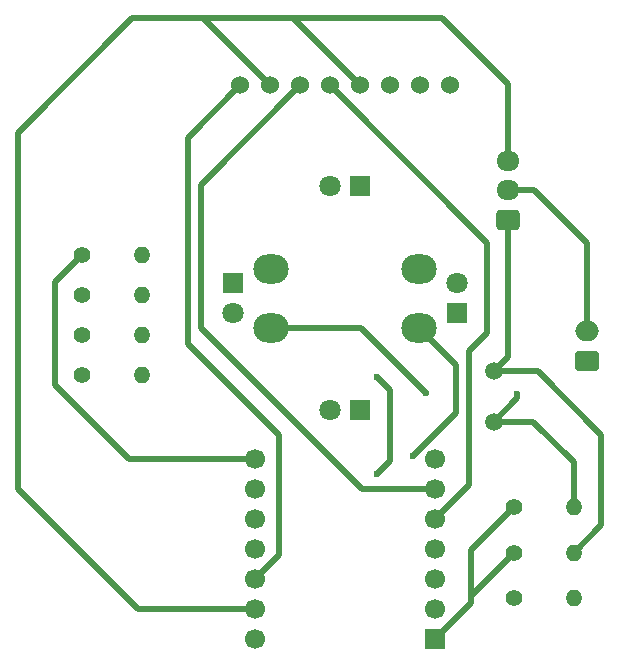
<source format=gbr>
%TF.GenerationSoftware,KiCad,Pcbnew,8.0.3-8.0.3-0~ubuntu22.04.1*%
%TF.CreationDate,2024-06-11T22:30:15+02:00*%
%TF.ProjectId,Air_PCB,4169725f-5043-4422-9e6b-696361645f70,rev?*%
%TF.SameCoordinates,Original*%
%TF.FileFunction,Copper,L1,Top*%
%TF.FilePolarity,Positive*%
%FSLAX46Y46*%
G04 Gerber Fmt 4.6, Leading zero omitted, Abs format (unit mm)*
G04 Created by KiCad (PCBNEW 8.0.3-8.0.3-0~ubuntu22.04.1) date 2024-06-11 22:30:15*
%MOMM*%
%LPD*%
G01*
G04 APERTURE LIST*
G04 Aperture macros list*
%AMRoundRect*
0 Rectangle with rounded corners*
0 $1 Rounding radius*
0 $2 $3 $4 $5 $6 $7 $8 $9 X,Y pos of 4 corners*
0 Add a 4 corners polygon primitive as box body*
4,1,4,$2,$3,$4,$5,$6,$7,$8,$9,$2,$3,0*
0 Add four circle primitives for the rounded corners*
1,1,$1+$1,$2,$3*
1,1,$1+$1,$4,$5*
1,1,$1+$1,$6,$7*
1,1,$1+$1,$8,$9*
0 Add four rect primitives between the rounded corners*
20,1,$1+$1,$2,$3,$4,$5,0*
20,1,$1+$1,$4,$5,$6,$7,0*
20,1,$1+$1,$6,$7,$8,$9,0*
20,1,$1+$1,$8,$9,$2,$3,0*%
G04 Aperture macros list end*
%TA.AperFunction,ComponentPad*%
%ADD10O,3.000000X2.500000*%
%TD*%
%TA.AperFunction,ComponentPad*%
%ADD11C,1.400000*%
%TD*%
%TA.AperFunction,ComponentPad*%
%ADD12O,1.400000X1.400000*%
%TD*%
%TA.AperFunction,SMDPad,CuDef*%
%ADD13C,1.500000*%
%TD*%
%TA.AperFunction,ComponentPad*%
%ADD14RoundRect,0.250000X0.725000X-0.600000X0.725000X0.600000X-0.725000X0.600000X-0.725000X-0.600000X0*%
%TD*%
%TA.AperFunction,ComponentPad*%
%ADD15O,1.950000X1.700000*%
%TD*%
%TA.AperFunction,ComponentPad*%
%ADD16R,1.800000X1.800000*%
%TD*%
%TA.AperFunction,ComponentPad*%
%ADD17C,1.800000*%
%TD*%
%TA.AperFunction,ComponentPad*%
%ADD18C,1.524000*%
%TD*%
%TA.AperFunction,ComponentPad*%
%ADD19C,1.700000*%
%TD*%
%TA.AperFunction,ComponentPad*%
%ADD20R,1.700000X1.700000*%
%TD*%
%TA.AperFunction,ComponentPad*%
%ADD21RoundRect,0.250000X0.750000X-0.600000X0.750000X0.600000X-0.750000X0.600000X-0.750000X-0.600000X0*%
%TD*%
%TA.AperFunction,ComponentPad*%
%ADD22O,2.000000X1.700000*%
%TD*%
%TA.AperFunction,ViaPad*%
%ADD23C,0.600000*%
%TD*%
%TA.AperFunction,Conductor*%
%ADD24C,0.500000*%
%TD*%
G04 APERTURE END LIST*
D10*
%TO.P,SW1,3,3*%
%TO.N,Net-(M1-VUSB)*%
X133750000Y-117500000D03*
%TO.P,SW1,1,1*%
%TO.N,unconnected-(SW1-Pad1)*%
X146250000Y-117500000D03*
%TO.P,SW1,4,4*%
%TO.N,Net-(R3-Pad2)*%
X133750000Y-122500000D03*
%TO.P,SW1,2,2*%
%TO.N,Net-(M1-D1{slash}A1)*%
X146250000Y-122500000D03*
%TD*%
D11*
%TO.P,R6,1*%
%TO.N,Net-(M1-D8{slash}SCK)*%
X117710000Y-126550000D03*
D12*
%TO.P,R6,2*%
%TO.N,Net-(D2-A)*%
X122790000Y-126550000D03*
%TD*%
D11*
%TO.P,R5,1*%
%TO.N,Net-(M1-D9{slash}MISO)*%
X117710000Y-123150000D03*
D12*
%TO.P,R5,2*%
%TO.N,Net-(D3-A)*%
X122790000Y-123150000D03*
%TD*%
D13*
%TO.P,-1,1,Pin_1*%
%TO.N,Net-(-1-Pin_1)*%
X152600000Y-130450000D03*
%TD*%
D14*
%TO.P,SWITCH,1,Pin_1*%
%TO.N,Net-(+1-Pin_1)*%
X153800000Y-113350000D03*
D15*
%TO.P,SWITCH,2,Pin_2*%
%TO.N,Net-(J2-Pin_2)*%
X153800000Y-110850000D03*
%TO.P,SWITCH,3,Pin_3*%
%TO.N,Net-(D1-K)*%
X153800000Y-108350000D03*
%TD*%
D11*
%TO.P,R7,1*%
%TO.N,Net-(M1-D7{slash}RX{slash}SS)*%
X117710000Y-116350000D03*
D12*
%TO.P,R7,2*%
%TO.N,Net-(D1-A)*%
X122790000Y-116350000D03*
%TD*%
D11*
%TO.P,R4,1*%
%TO.N,Net-(M1-D10{slash}MOSI)*%
X117710000Y-119750000D03*
D12*
%TO.P,R4,2*%
%TO.N,Net-(D4-A)*%
X122790000Y-119750000D03*
%TD*%
D16*
%TO.P,D3,1,K*%
%TO.N,Net-(D1-K)*%
X130500000Y-118725000D03*
D17*
%TO.P,D3,2,A*%
%TO.N,Net-(D3-A)*%
X130500000Y-121265000D03*
%TD*%
D11*
%TO.P,R1,1*%
%TO.N,Net-(M1-D0{slash}A0)*%
X154300000Y-137700000D03*
D12*
%TO.P,R1,2*%
%TO.N,Net-(-1-Pin_1)*%
X159380000Y-137700000D03*
%TD*%
D11*
%TO.P,R2,1*%
%TO.N,Net-(M1-D0{slash}A0)*%
X154300000Y-141550000D03*
D12*
%TO.P,R2,2*%
%TO.N,Net-(+1-Pin_1)*%
X159380000Y-141550000D03*
%TD*%
D18*
%TO.P,U1,8,ADD*%
%TO.N,unconnected-(U1-ADD-Pad8)*%
X148890000Y-101996000D03*
%TO.P,U1,7,RST*%
%TO.N,unconnected-(U1-RST-Pad7)*%
X146350000Y-101996000D03*
%TO.P,U1,6,INT*%
%TO.N,unconnected-(U1-INT-Pad6)*%
X143810000Y-101996000D03*
%TO.P,U1,5,WAK*%
%TO.N,Net-(D1-K)*%
X141270000Y-101996000D03*
%TO.P,U1,4,SDA*%
%TO.N,Net-(M1-D4{slash}SDA)*%
X138730000Y-101996000D03*
%TO.P,U1,3,SCL*%
%TO.N,Net-(M1-D5{slash}SCL)*%
X136190000Y-101996000D03*
%TO.P,U1,2,GND*%
%TO.N,Net-(D1-K)*%
X133650000Y-101996000D03*
%TO.P,U1,1,VCC*%
%TO.N,Net-(M1-3V3)*%
X131110000Y-101996000D03*
%TD*%
D19*
%TO.P,M1,14,VUSB*%
%TO.N,Net-(M1-VUSB)*%
X132375000Y-148870000D03*
%TO.P,M1,13,GND*%
%TO.N,Net-(D1-K)*%
X132375000Y-146330000D03*
%TO.P,M1,12,3V3*%
%TO.N,Net-(M1-3V3)*%
X132375000Y-143790000D03*
%TO.P,M1,11,D10/MOSI*%
%TO.N,Net-(M1-D10{slash}MOSI)*%
X132375000Y-141250000D03*
%TO.P,M1,10,D9/MISO*%
%TO.N,Net-(M1-D9{slash}MISO)*%
X132375000Y-138710000D03*
%TO.P,M1,9,D8/SCK*%
%TO.N,Net-(M1-D8{slash}SCK)*%
X132375000Y-136170000D03*
%TO.P,M1,8,D7/RX/SS*%
%TO.N,Net-(M1-D7{slash}RX{slash}SS)*%
X132375000Y-133630000D03*
%TO.P,M1,7,D6/TX*%
%TO.N,unconnected-(M1-D6{slash}TX-Pad7)*%
X147625000Y-133630000D03*
%TO.P,M1,6,D5/SCL*%
%TO.N,Net-(M1-D5{slash}SCL)*%
X147625000Y-136170000D03*
%TO.P,M1,5,D4/SDA*%
%TO.N,Net-(M1-D4{slash}SDA)*%
X147625000Y-138710000D03*
%TO.P,M1,4,D3/A3*%
%TO.N,unconnected-(M1-D3{slash}A3-Pad4)*%
X147625000Y-141250000D03*
%TO.P,M1,3,D2/A2*%
%TO.N,unconnected-(M1-D2{slash}A2-Pad3)*%
X147625000Y-143790000D03*
%TO.P,M1,2,D1/A1*%
%TO.N,Net-(M1-D1{slash}A1)*%
X147625000Y-146330000D03*
D20*
%TO.P,M1,1,D0/A0*%
%TO.N,Net-(M1-D0{slash}A0)*%
X147625000Y-148870000D03*
%TD*%
D16*
%TO.P,D4,1,K*%
%TO.N,Net-(D1-K)*%
X141275000Y-110500000D03*
D17*
%TO.P,D4,2,A*%
%TO.N,Net-(D4-A)*%
X138735000Y-110500000D03*
%TD*%
D21*
%TO.P,BATTERY,1,Pin_1*%
%TO.N,Net-(-1-Pin_1)*%
X160475000Y-125300000D03*
D22*
%TO.P,BATTERY,2,Pin_2*%
%TO.N,Net-(J2-Pin_2)*%
X160475000Y-122800000D03*
%TD*%
D16*
%TO.P,D2,1,K*%
%TO.N,Net-(D1-K)*%
X141275000Y-129500000D03*
D17*
%TO.P,D2,2,A*%
%TO.N,Net-(D2-A)*%
X138735000Y-129500000D03*
%TD*%
D16*
%TO.P,D1,1,K*%
%TO.N,Net-(D1-K)*%
X149500000Y-121275000D03*
D17*
%TO.P,D1,2,A*%
%TO.N,Net-(D1-A)*%
X149500000Y-118735000D03*
%TD*%
D13*
%TO.P,+1,1,Pin_1*%
%TO.N,Net-(+1-Pin_1)*%
X152600000Y-126200000D03*
%TD*%
D11*
%TO.P,R3,1*%
%TO.N,Net-(D1-K)*%
X154300000Y-145400000D03*
D12*
%TO.P,R3,2*%
%TO.N,Net-(R3-Pad2)*%
X159380000Y-145400000D03*
%TD*%
D23*
%TO.N,Net-(M1-VUSB)*%
X142700000Y-134850000D03*
X142700000Y-126650000D03*
%TO.N,Net-(M1-D1{slash}A1)*%
X145800000Y-133350000D03*
%TO.N,Net-(R3-Pad2)*%
X146900000Y-128000000D03*
%TO.N,Net-(-1-Pin_1)*%
X154600000Y-128100000D03*
%TD*%
D24*
%TO.N,Net-(M1-VUSB)*%
X142700000Y-126650000D02*
X143800000Y-127750000D01*
X143800000Y-127750000D02*
X143800000Y-133750000D01*
X143800000Y-133750000D02*
X142700000Y-134850000D01*
%TO.N,Net-(M1-D1{slash}A1)*%
X149450000Y-129700000D02*
X145800000Y-133350000D01*
X149450000Y-125800000D02*
X149450000Y-129700000D01*
X146250000Y-122500000D02*
X149450000Y-125700000D01*
X149450000Y-125700000D02*
X149450000Y-125800000D01*
%TO.N,Net-(R3-Pad2)*%
X141400000Y-122500000D02*
X133750000Y-122500000D01*
X146900000Y-128000000D02*
X141400000Y-122500000D01*
%TO.N,Net-(M1-D0{slash}A0)*%
X154300000Y-137700000D02*
X150650000Y-141350000D01*
X150650000Y-141350000D02*
X150650000Y-145200000D01*
X154300000Y-141550000D02*
X150650000Y-145200000D01*
X150650000Y-145200000D02*
X150650000Y-145845000D01*
X150650000Y-145845000D02*
X147625000Y-148870000D01*
%TO.N,Net-(-1-Pin_1)*%
X154600000Y-128100000D02*
X154600000Y-128450000D01*
X154600000Y-128450000D02*
X152600000Y-130450000D01*
%TO.N,Net-(+1-Pin_1)*%
X161700000Y-139230000D02*
X161700000Y-131550000D01*
X156350000Y-126200000D02*
X152600000Y-126200000D01*
X159380000Y-141550000D02*
X161700000Y-139230000D01*
X161700000Y-131550000D02*
X156350000Y-126200000D01*
%TO.N,Net-(-1-Pin_1)*%
X159380000Y-137700000D02*
X159380000Y-133880000D01*
X159380000Y-133880000D02*
X155950000Y-130450000D01*
X155950000Y-130450000D02*
X152600000Y-130450000D01*
%TO.N,Net-(+1-Pin_1)*%
X153800000Y-113350000D02*
X153800000Y-125000000D01*
X153800000Y-125000000D02*
X152600000Y-126200000D01*
%TO.N,Net-(J2-Pin_2)*%
X153800000Y-110850000D02*
X156000000Y-110850000D01*
X156000000Y-110850000D02*
X160475000Y-115325000D01*
X160475000Y-115325000D02*
X160475000Y-122800000D01*
%TO.N,Net-(M1-D4{slash}SDA)*%
X138730000Y-101996000D02*
X152050000Y-115316000D01*
X152050000Y-115316000D02*
X152050000Y-122950000D01*
X152050000Y-122950000D02*
X150500000Y-124500000D01*
X150500000Y-124500000D02*
X150500000Y-135835000D01*
X150500000Y-135835000D02*
X147625000Y-138710000D01*
%TO.N,Net-(M1-D5{slash}SCL)*%
X141470000Y-136170000D02*
X127800000Y-122500000D01*
X147625000Y-136170000D02*
X141470000Y-136170000D01*
X127800000Y-110386000D02*
X136190000Y-101996000D01*
X127800000Y-122500000D02*
X127800000Y-110386000D01*
%TO.N,Net-(M1-3V3)*%
X132375000Y-143790000D02*
X134400000Y-141765000D01*
X134400000Y-141765000D02*
X134400000Y-131550000D01*
X134400000Y-131550000D02*
X126700000Y-123850000D01*
X126700000Y-123850000D02*
X126700000Y-106406000D01*
X126700000Y-106406000D02*
X131110000Y-101996000D01*
%TO.N,Net-(M1-D7{slash}RX{slash}SS)*%
X121730000Y-133630000D02*
X115450000Y-127350000D01*
X132375000Y-133630000D02*
X121730000Y-133630000D01*
X115450000Y-127350000D02*
X115450000Y-118610000D01*
X115450000Y-118610000D02*
X117710000Y-116350000D01*
%TO.N,Net-(D1-K)*%
X135250000Y-96300000D02*
X148200000Y-96300000D01*
X148200000Y-96300000D02*
X153800000Y-101900000D01*
X153800000Y-101900000D02*
X153800000Y-108350000D01*
X135250000Y-96300000D02*
X135574000Y-96300000D01*
X127954000Y-96300000D02*
X135250000Y-96300000D01*
X135574000Y-96300000D02*
X141270000Y-101996000D01*
X112300000Y-106000000D02*
X122000000Y-96300000D01*
X112300000Y-136150000D02*
X112300000Y-106000000D01*
X127954000Y-96300000D02*
X133650000Y-101996000D01*
X132375000Y-146330000D02*
X122480000Y-146330000D01*
X122480000Y-146330000D02*
X112300000Y-136150000D01*
X122000000Y-96300000D02*
X127954000Y-96300000D01*
%TD*%
M02*

</source>
